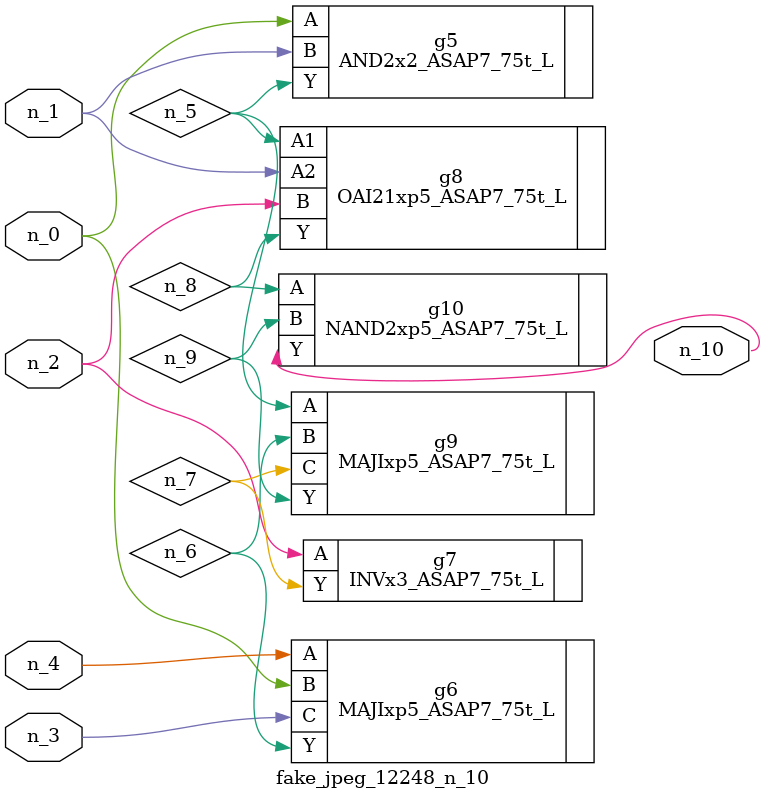
<source format=v>
module fake_jpeg_12248_n_10 (n_3, n_2, n_1, n_0, n_4, n_10);

input n_3;
input n_2;
input n_1;
input n_0;
input n_4;

output n_10;

wire n_8;
wire n_9;
wire n_6;
wire n_5;
wire n_7;

AND2x2_ASAP7_75t_L g5 ( 
.A(n_0),
.B(n_1),
.Y(n_5)
);

MAJIxp5_ASAP7_75t_L g6 ( 
.A(n_4),
.B(n_0),
.C(n_3),
.Y(n_6)
);

INVx3_ASAP7_75t_L g7 ( 
.A(n_2),
.Y(n_7)
);

OAI21xp5_ASAP7_75t_L g8 ( 
.A1(n_5),
.A2(n_1),
.B(n_2),
.Y(n_8)
);

NAND2xp5_ASAP7_75t_L g10 ( 
.A(n_8),
.B(n_9),
.Y(n_10)
);

MAJIxp5_ASAP7_75t_L g9 ( 
.A(n_5),
.B(n_6),
.C(n_7),
.Y(n_9)
);


endmodule
</source>
